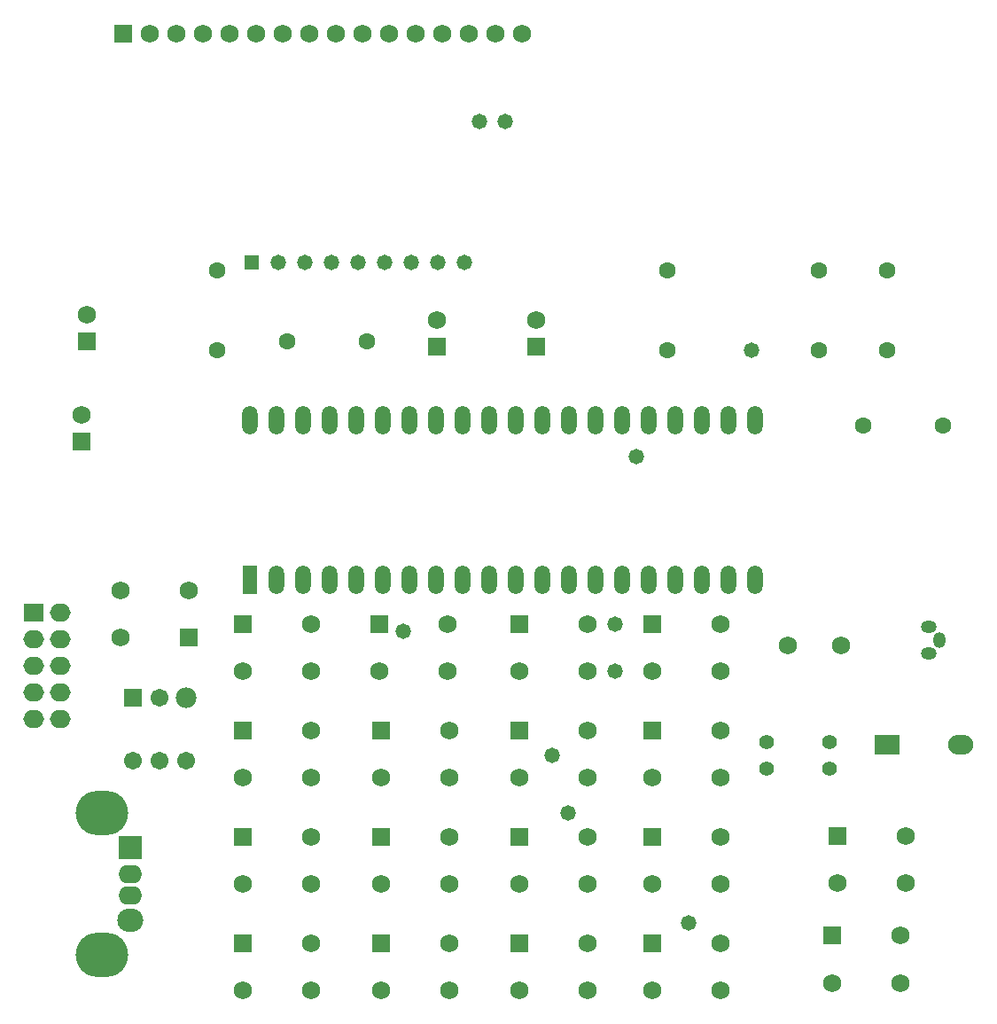
<source format=gts>
G04*
G04 #@! TF.GenerationSoftware,Altium Limited,Altium Designer,21.7.2 (23)*
G04*
G04 Layer_Color=8388736*
%FSLAX25Y25*%
%MOIN*%
G70*
G04*
G04 #@! TF.SameCoordinates,4245895C-60D9-4ACE-B086-DDBF023E6942*
G04*
G04*
G04 #@! TF.FilePolarity,Negative*
G04*
G01*
G75*
%ADD13C,0.06312*%
%ADD14R,0.06800X0.06800*%
%ADD15C,0.06800*%
%ADD16R,0.06800X0.06800*%
%ADD17R,0.05800X0.05800*%
%ADD18C,0.05800*%
%ADD19R,0.05800X0.10800*%
%ADD20O,0.05800X0.10800*%
%ADD21R,0.08800X0.08800*%
%ADD22O,0.08800X0.06800*%
%ADD23O,0.09800X0.08800*%
%ADD24O,0.19800X0.16800*%
%ADD25O,0.09461X0.07300*%
%ADD26R,0.09461X0.07300*%
%ADD27O,0.05918X0.04737*%
%ADD28O,0.04737X0.05918*%
%ADD29C,0.05524*%
%ADD30O,0.07800X0.06800*%
%ADD31R,0.07800X0.06800*%
%ADD32R,0.06706X0.06706*%
%ADD33C,0.06706*%
%ADD34C,0.07800*%
D13*
X84646Y252716D02*
D03*
Y282716D02*
D03*
X336614D02*
D03*
Y252716D02*
D03*
X311024Y282716D02*
D03*
Y252716D02*
D03*
X253937Y282716D02*
D03*
X357520Y224410D02*
D03*
X327520D02*
D03*
X140984Y255906D02*
D03*
X110984D02*
D03*
X253937Y252716D02*
D03*
D14*
X248213Y29549D02*
D03*
X49173Y371614D02*
D03*
X94276Y149549D02*
D03*
X145669Y149606D02*
D03*
X248213Y149549D02*
D03*
X198213D02*
D03*
X146244Y29549D02*
D03*
Y69549D02*
D03*
X94276Y29549D02*
D03*
Y69549D02*
D03*
X198213Y109549D02*
D03*
X146244D02*
D03*
X248213D02*
D03*
X198213Y29549D02*
D03*
Y69549D02*
D03*
X248213D02*
D03*
X94276Y109549D02*
D03*
X73819Y144685D02*
D03*
X315945Y32480D02*
D03*
X317913Y69882D02*
D03*
D15*
X248213Y11832D02*
D03*
X273803Y29549D02*
D03*
Y11832D02*
D03*
X204724Y263779D02*
D03*
X59173Y371614D02*
D03*
X79173D02*
D03*
X89173D02*
D03*
X99173D02*
D03*
X109173D02*
D03*
X119173D02*
D03*
X129173D02*
D03*
X139173D02*
D03*
X149173D02*
D03*
X159173D02*
D03*
X169173D02*
D03*
X179173D02*
D03*
X189173D02*
D03*
X199173D02*
D03*
X69173D02*
D03*
X319213Y141732D02*
D03*
X299213D02*
D03*
X94276Y131832D02*
D03*
X119866Y149549D02*
D03*
Y131832D02*
D03*
X145669Y131890D02*
D03*
X171260Y149606D02*
D03*
Y131890D02*
D03*
X248213Y131832D02*
D03*
X273803Y149549D02*
D03*
Y131832D02*
D03*
X198213D02*
D03*
X223803Y149549D02*
D03*
Y131832D02*
D03*
X167323Y263779D02*
D03*
X35433Y265905D02*
D03*
X33465Y228346D02*
D03*
X171835Y11832D02*
D03*
Y29549D02*
D03*
X146244Y11832D02*
D03*
X171835Y51832D02*
D03*
Y69549D02*
D03*
X146244Y51832D02*
D03*
X119866Y11832D02*
D03*
Y29549D02*
D03*
X94276Y11832D02*
D03*
X119866Y51832D02*
D03*
Y69549D02*
D03*
X94276Y51832D02*
D03*
X223803Y91832D02*
D03*
Y109549D02*
D03*
X198213Y91832D02*
D03*
X171835D02*
D03*
Y109549D02*
D03*
X146244Y91832D02*
D03*
X273803D02*
D03*
Y109549D02*
D03*
X248213Y91832D02*
D03*
X223803Y11832D02*
D03*
Y29549D02*
D03*
X198213Y11832D02*
D03*
X223803Y51832D02*
D03*
Y69549D02*
D03*
X198213Y51832D02*
D03*
X273803D02*
D03*
Y69549D02*
D03*
X248213Y51832D02*
D03*
X119866Y91832D02*
D03*
Y109549D02*
D03*
X94276Y91832D02*
D03*
X48228Y162401D02*
D03*
Y144685D02*
D03*
X73819Y162401D02*
D03*
X315945Y14764D02*
D03*
X341535Y32480D02*
D03*
Y14764D02*
D03*
X317913Y52166D02*
D03*
X343504Y69882D02*
D03*
Y52166D02*
D03*
D16*
X204724Y253780D02*
D03*
X167323D02*
D03*
X35433Y255906D02*
D03*
X33465Y218347D02*
D03*
D17*
X97480Y285433D02*
D03*
D18*
X107480D02*
D03*
X117480D02*
D03*
X177480D02*
D03*
X127480D02*
D03*
X137480D02*
D03*
X147480D02*
D03*
X157480D02*
D03*
X167480D02*
D03*
X234252Y149606D02*
D03*
X210630Y100394D02*
D03*
X216535Y78740D02*
D03*
X261811Y37402D02*
D03*
X183173Y338583D02*
D03*
X234189Y131890D02*
D03*
X242126Y212598D02*
D03*
X192913Y338583D02*
D03*
X285433Y252716D02*
D03*
X154436Y146932D02*
D03*
D19*
X97008Y166378D02*
D03*
D20*
X107008D02*
D03*
X117008D02*
D03*
X127008D02*
D03*
X137008D02*
D03*
X147008D02*
D03*
X157008D02*
D03*
X167008D02*
D03*
X177008D02*
D03*
X187008D02*
D03*
X197008D02*
D03*
X207008D02*
D03*
X217008D02*
D03*
X227008D02*
D03*
X237008D02*
D03*
X247008D02*
D03*
X257008D02*
D03*
X267008D02*
D03*
X277008D02*
D03*
X287008D02*
D03*
X97008Y226378D02*
D03*
X107008D02*
D03*
X117008D02*
D03*
X127008D02*
D03*
X137008D02*
D03*
X147008D02*
D03*
X157008D02*
D03*
X167008D02*
D03*
X177008D02*
D03*
X187008D02*
D03*
X197008D02*
D03*
X207008D02*
D03*
X217008D02*
D03*
X227008D02*
D03*
X237008D02*
D03*
X247008D02*
D03*
X257008D02*
D03*
X267008D02*
D03*
X277008D02*
D03*
X287008D02*
D03*
D21*
X52039Y65740D02*
D03*
D22*
Y55740D02*
D03*
Y47740D02*
D03*
D23*
Y38240D02*
D03*
D24*
X41339Y25240D02*
D03*
Y78740D02*
D03*
D25*
X364173Y104331D02*
D03*
D26*
X336614D02*
D03*
D27*
X352362Y148701D02*
D03*
Y138701D02*
D03*
D28*
X356362Y143701D02*
D03*
D29*
X314961Y105394D02*
D03*
Y95394D02*
D03*
X291339Y105394D02*
D03*
Y95394D02*
D03*
D30*
X25748Y113858D02*
D03*
X15748D02*
D03*
X25748Y123858D02*
D03*
X15748D02*
D03*
X25748Y133858D02*
D03*
X15748D02*
D03*
X25748Y143858D02*
D03*
X15748D02*
D03*
X25748Y153858D02*
D03*
D31*
X15748D02*
D03*
D32*
X52992Y122047D02*
D03*
D33*
X62992D02*
D03*
X72992Y98425D02*
D03*
X62992D02*
D03*
X52992D02*
D03*
D34*
X72992Y122047D02*
D03*
M02*

</source>
